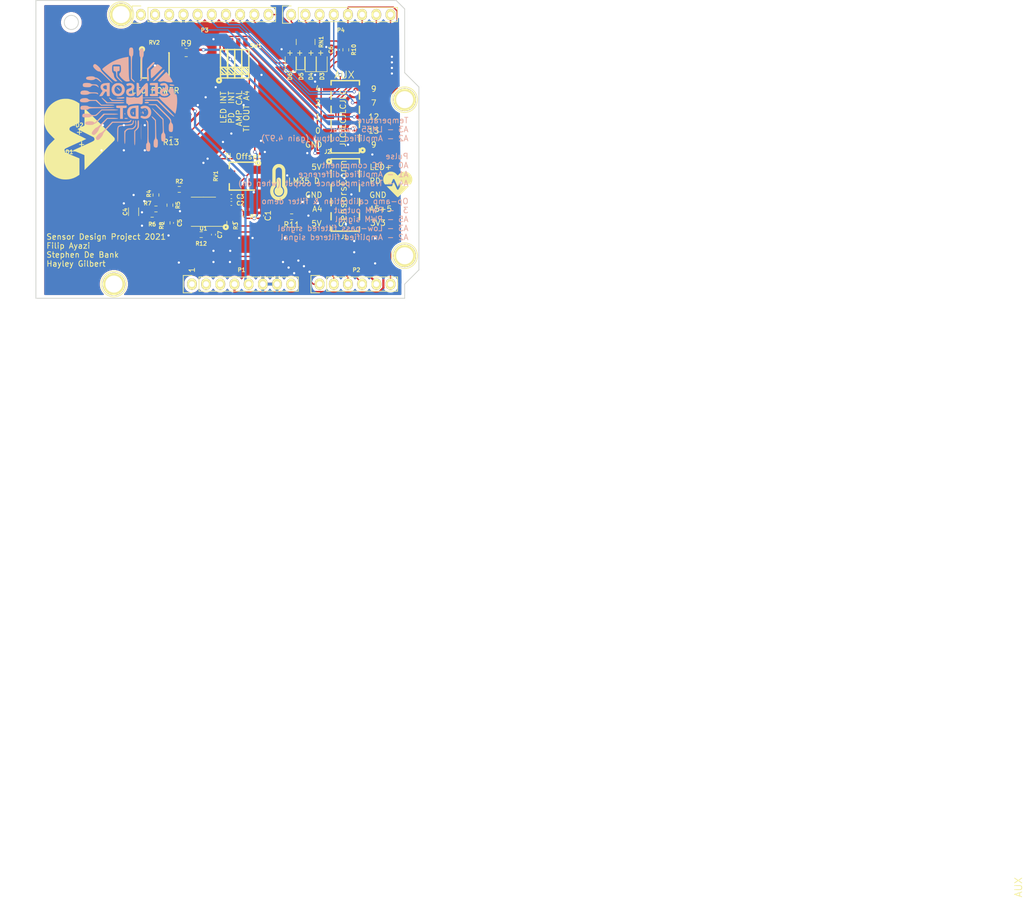
<source format=kicad_pcb>
(kicad_pcb (version 20171130) (host pcbnew 5.1.5+dfsg1-2build2)
  (title_block (date "lun. 30 mars 2015"))
  (layers (0 F.Cu signal) (31 B.Cu signal) (34 B.Paste user) (35 F.Paste user) (36 B.SilkS user) (37 F.SilkS user) (38 B.Mask user) (39 F.Mask user) (44 Edge.Cuts user))
  (net 0 "")
  (net 1 /IOREF)
  (net 2 /Reset)
  (net 3 +5V)
  (net 4 GND)
  (net 5 /Vin)
  (net 6 /AREF)
  (net 7 "/9(**)")
  (net 8 /4)
  (net 9 /2)
  (net 10 "/1(Tx)")
  (net 11 "/0(Rx)")
  (net 12 "Net-(P5-Pad1)")
  (net 13 "Net-(P6-Pad1)")
  (net 14 "Net-(P7-Pad1)")
  (net 15 "Net-(P8-Pad1)")
  (net 16 "/13(SCK)")
  (net 17 "/10(**/SS)")
  (net 18 "Net-(P1-Pad1)")
  (net 19 +3V3)
  (net 20 "/12(MISO)")
  (net 21 "/11(**/MOSI)")
  (net 22 LM35_DATA)
  (net 23 PHOTODIODE_SIGNAL)
  (net 24 PHOTODIODE_DC)
  (net 25 "Net-(C5-Pad2)")
  (net 26 PHOTODIODE_AMPLIFIED)
  (net 27 PWM_FILTERED)
  (net 28 PULSE_INTERNAL_SIGNAL)
  (net 29 LM35_AMPLIFIED)
  (net 30 "Net-(R1-Pad1)")
  (net 31 "Net-(R5-Pad2)")
  (net 32 "Net-(RV1-Pad2)")
  (net 33 "Net-(U1-Pad7)")
  (net 34 "Net-(U1-Pad6)")
  (net 35 "Net-(U1-Pad5)")
  (net 36 "Net-(P3-Pad1)")
  (net 37 "Net-(P3-Pad2)")
  (net 38 PULSE_INTERNAL_LED_POWER)
  (net 39 "Net-(D3-Pad2)")
  (net 40 "Net-(D4-Pad2)")
  (net 41 "Net-(D5-Pad2)")
  (net 42 "Net-(D6-Pad2)")
  (net 43 LED_POWER)
  (net 44 A5)
  (net 45 LED4)
  (net 46 LED3)
  (net 47 LED2)
  (net 48 LED1)
  (net 49 "Net-(R9-Pad1)")
  (net 50 "Net-(RV2-Pad1)")
  (net 51 "Net-(C5-Pad1)")
  (net 52 A4)
  (net 53 "Net-(D2-Pad2)")
  (net 54 LM35_DATA_FILTERED)
  (net 55 TI_OUTPUT)
  (module logo:heart (layer F.Cu) (at 118.798 97.865 90)
    (fp_text reference G*** hide)
    (fp_text value LOGO hide)
  )
  (module "" (layer F.Cu) (at 168.098 133.865)
    (fp_text reference "" (at 118.798 97.865) (layer F.SilkS) (effects (font (size 1.27 1.27))))
    (fp_text value "" (at 118.798 97.865) (layer F.SilkS) (effects (font (size 1.27 1.27))))
    (fp_text user AUX (at 118.848 97.965 90) (layer F.SilkS) (effects (font (size 1.27 1.27))))
  )
  (module logo:heart_small (layer F.Cu) (at 175.798 105.965)
    (fp_text reference G*** hide)
    (fp_text value LOGO hide)
  )
  (module logo:thermometer_logo (layer F.Cu) (at 154.498 105.565)
    (fp_text reference G*** hide)
    (fp_text value LOGO hide)
  )
  (module logo:sensor_cdt_logo (layer B.Cu) (at 127.598 90.765 180)
    (fp_text reference G*** hide)
    (fp_text value LOGO hide)
  )
  (module Resistor_SMD:R_0805_2012Metric (layer F.Cu) (at 135.198 96.765 180)
    (fp_text reference R13 (at 0 -1.65) (layer F.SilkS))
    (fp_text value 47)
    (pad 2 smd roundrect (at 0.9125 0 180) (size 1.025 1.4) (layers F.Cu F.Paste F.Mask) (roundrect_rratio 0.243902) (net 53 "Net-(D2-Pad2)"))
    (pad 1 smd roundrect (at -0.9125 0 180) (size 1.025 1.4) (layers F.Cu F.Paste F.Mask) (roundrect_rratio 0.243902) (net 38 PULSE_INTERNAL_LED_POWER))
  )
  (module Resistor_SMD:R_0805_2012Metric (layer F.Cu) (at 137.9105 82.365)
    (fp_text reference R9 (at 0 -1.65) (layer F.SilkS))
    (fp_text value 47)
    (pad 2 smd roundrect (at 0.9125 0) (size 1.025 1.4) (layers F.Cu F.Paste F.Mask) (roundrect_rratio 0.243902) (net 43 LED_POWER))
    (pad 1 smd roundrect (at -0.9125 0) (size 1.025 1.4) (layers F.Cu F.Paste F.Mask) (roundrect_rratio 0.243902) (net 49 "Net-(R9-Pad1)"))
  )
  (module lcscimport:CONN-SMD_C843271 (layer F.Cu) (at 166.398 107.865 270)
    (fp_text reference J1 (at 7.5 0.15) (layer F.SilkS) (effects (font (size 0.7 0.7))))
    (fp_text value SensorsConn (at -0.25 0.4 90) (layer F.SilkS) (effects (font (size 1.27 1.27))))
    (pad 1 smd rect (at -5.08 3 270) (size 0.8 2) (layers F.Cu F.Paste F.Mask) (net 3 +5V))
    (pad 2 smd rect (at -5.08 -3 270) (size 0.8 2) (layers F.Cu F.Paste F.Mask) (net 43 LED_POWER))
    (pad 3 smd rect (at -2.54 3 270) (size 0.8 2) (layers F.Cu F.Paste F.Mask) (net 22 LM35_DATA))
    (pad 4 smd rect (at -2.54 -3 270) (size 0.8 2) (layers F.Cu F.Paste F.Mask) (net 23 PHOTODIODE_SIGNAL))
    (pad 5 smd rect (at 0 3 270) (size 0.8 2) (layers F.Cu F.Paste F.Mask) (net 4 GND))
    (pad 6 smd rect (at 0 -3 270) (size 0.8 2) (layers F.Cu F.Paste F.Mask) (net 4 GND))
    (pad 7 smd rect (at 2.54 3 270) (size 0.8 2) (layers F.Cu F.Paste F.Mask) (net 52 A4))
    (pad 8 smd rect (at 2.54 -3 270) (size 0.8 2) (layers F.Cu F.Paste F.Mask) (net 44 A5))
    (pad 9 smd rect (at 5.08 3 270) (size 0.8 2) (layers F.Cu F.Paste F.Mask) (net 3 +5V))
    (pad 10 smd rect (at 5.08 -3 270) (size 0.8 2) (layers F.Cu F.Paste F.Mask) (net 19 +3V3))
  )
  (module Resistor_SMD:R_0603_1608Metric (layer F.Cu) (at 140.598 114.965 180)
    (fp_text reference R12 (at 0 -1.6) (layer F.SilkS) (effects (font (size 0.7 0.7))))
    (fp_text value 1k)
    (pad 2 smd roundrect (at 0.825 0 180) (size 0.8 0.95) (layers F.Cu F.Paste F.Mask) (net 51 "Net-(C5-Pad1)"))
    (pad 1 smd roundrect (at -0.825 0 180) (size 0.8 0.95) (layers F.Cu F.Paste F.Mask) (net 26 PHOTODIODE_AMPLIFIED))
  )
  (module Resistor_SMD:R_0603_1608Metric (layer F.Cu) (at 156.798 111.765 180)
    (fp_text reference R11 (at 0 -1.43) (layer F.SilkS))
    (fp_text value 1k)
    (pad 2 smd roundrect (at 0.825 0 180) (size 0.8 0.95) (layers F.Cu F.Paste F.Mask) (net 54 LM35_DATA_FILTERED))
    (pad 1 smd roundrect (at -0.825 0 180) (size 0.8 0.95) (layers F.Cu F.Paste F.Mask) (net 22 LM35_DATA))
  )
  (module Capacitor_SMD:C_0402_1005Metric (layer F.Cu) (at 142.798 114.965 270)
    (fp_text reference C7 (at 0 -1.16 90) (layer F.SilkS) (effects (font (size 0.7 0.7))))
    (fp_text value 10uF)
    (pad 2 smd roundrect (at 0.48 0 270) (size 0.56 0.62) (layers F.Cu F.Paste F.Mask) (net 4 GND))
    (pad 1 smd roundrect (at -0.48 0 270) (size 0.56 0.62) (layers F.Cu F.Paste F.Mask) (net 26 PHOTODIODE_AMPLIFIED))
  )
  (module Capacitor_SMD:C_0402_1005Metric (layer F.Cu) (at 145.998 109.365)
    (fp_text reference C2 (at 1.6 0) (layer F.SilkS) (effects (font (size 0.7 0.7))))
    (fp_text value 10uF)
    (pad 1 smd roundrect (at -0.48 0) (size 0.56 0.62) (layers F.Cu F.Paste F.Mask) (net 3 +5V))
    (pad 2 smd roundrect (at 0.48 0) (size 0.56 0.62) (layers F.Cu F.Paste F.Mask) (net 4 GND))
  )
  (module Capacitor_SMD:C_0402_1005Metric (layer F.Cu) (at 151.398 111.565 270)
    (fp_text reference C1 (at 0 -1.16 90) (layer F.SilkS))
    (fp_text value 100nF)
    (pad 2 smd roundrect (at 0.48 0 270) (size 0.56 0.62) (layers F.Cu F.Paste F.Mask) (net 54 LM35_DATA_FILTERED))
    (pad 1 smd roundrect (at -0.48 0 270) (size 0.56 0.62) (layers F.Cu F.Paste F.Mask) (net 4 GND))
  )
  (module lcscimport:CONN-SMD_C843271 (layer F.Cu) (at 166.398 93.865 90)
    (fp_text reference J2 (at -6.25 -3.15 180) (layer F.SilkS) (effects (font (size 0.7 0.7))))
    (fp_text value AUX (at 7.5 -0.15 180) (layer F.SilkS) (effects (font (size 1.27 1.27))))
    (pad 1 smd rect (at -5.08 3 90) (size 0.8 2) (layers F.Cu F.Paste F.Mask) (net 7 "/9(**)"))
    (pad 2 smd rect (at -5.08 -3 90) (size 0.8 2) (layers F.Cu F.Paste F.Mask) (net 4 GND))
    (pad 3 smd rect (at -2.54 3 90) (size 0.8 2) (layers F.Cu F.Paste F.Mask) (net 16 "/13(SCK)"))
    (pad 4 smd rect (at -2.54 -3 90) (size 0.8 2) (layers F.Cu F.Paste F.Mask) (net 11 "/0(Rx)"))
    (pad 5 smd rect (at 0 3 90) (size 0.8 2) (layers F.Cu F.Paste F.Mask) (net 20 "/12(MISO)"))
    (pad 6 smd rect (at 0 -3 90) (size 0.8 2) (layers F.Cu F.Paste F.Mask) (net 10 "/1(Tx)"))
    (pad 7 smd rect (at 2.54 3 90) (size 0.8 2) (layers F.Cu F.Paste F.Mask) (net 21 "/11(**/MOSI)"))
    (pad 8 smd rect (at 2.54 -3 90) (size 0.8 2) (layers F.Cu F.Paste F.Mask) (net 9 /2))
    (pad 9 smd rect (at 5.08 3 90) (size 0.8 2) (layers F.Cu F.Paste F.Mask) (net 17 "/10(**/SS)"))
    (pad 10 smd rect (at 5.08 -3 90) (size 0.8 2) (layers F.Cu F.Paste F.Mask) (net 8 /4))
  )
  (module lcscimport:RES-ADJ-SMD_G43AT (layer F.Cu) (at 132.348 84.665 180)
    (fp_text reference RV2 (at 0.15 4.1) (layer F.SilkS) (effects (font (size 0.7 0.7))))
    (fp_text value 2k hide)
    (pad 2 smd rect (at 0 -2.3 180) (size 2 2.2) (layers F.Cu F.Paste F.Mask) (net 3 +5V))
    (pad 1 smd rect (at 1.15 2.3 180) (size 1.5 2.2) (layers F.Cu F.Paste F.Mask) (net 50 "Net-(RV2-Pad1)"))
    (pad 3 smd rect (at -1.15 2.3 180) (size 1.5 2.2) (layers F.Cu F.Paste F.Mask) (net 49 "Net-(R9-Pad1)"))
  )
  (module lcscimport:RES-ADJ-SMD_G43AT (layer F.Cu) (at 147.885 104.49 90)
    (fp_text reference RV1 (at 0 -4.67 90) (layer F.SilkS) (effects (font (size 0.7 0.7))))
    (fp_text value 2k hide)
    (pad 2 smd rect (at 0 -2.3 90) (size 2 2.2) (layers F.Cu F.Paste F.Mask) (net 32 "Net-(RV1-Pad2)"))
    (pad 1 smd rect (at 1.15 2.3 90) (size 1.5 2.2) (layers F.Cu F.Paste F.Mask) (net 3 +5V))
    (pad 3 smd rect (at -1.15 2.3 90) (size 1.5 2.2) (layers F.Cu F.Paste F.Mask) (net 4 GND))
  )
  (module Resistor_SMD:R_Array_Convex_4x0603 (layer F.Cu) (at 159.298 80.465 270)
    (fp_text reference RN1 (at 0 -2.8 90) (layer F.SilkS) (effects (font (size 0.7 0.7))))
    (fp_text value 10k)
    (pad 5 smd rect (at 0.9 1.2 270) (size 0.8 0.5) (layers F.Cu F.Paste F.Mask) (net 42 "Net-(D6-Pad2)"))
    (pad 6 smd rect (at 0.9 0.4 270) (size 0.8 0.4) (layers F.Cu F.Paste F.Mask) (net 41 "Net-(D5-Pad2)"))
    (pad 8 smd rect (at 0.9 -1.2 270) (size 0.8 0.5) (layers F.Cu F.Paste F.Mask) (net 39 "Net-(D3-Pad2)"))
    (pad 7 smd rect (at 0.9 -0.4 270) (size 0.8 0.4) (layers F.Cu F.Paste F.Mask) (net 40 "Net-(D4-Pad2)"))
    (pad 4 smd rect (at -0.9 1.2 270) (size 0.8 0.5) (layers F.Cu F.Paste F.Mask) (net 45 LED4))
    (pad 2 smd rect (at -0.9 -0.4 270) (size 0.8 0.4) (layers F.Cu F.Paste F.Mask) (net 47 LED2))
    (pad 3 smd rect (at -0.9 0.4 270) (size 0.8 0.4) (layers F.Cu F.Paste F.Mask) (net 46 LED3))
    (pad 1 smd rect (at -0.9 -1.2 270) (size 0.8 0.5) (layers F.Cu F.Paste F.Mask) (net 48 LED1))
  )
  (module LED_SMD:LED_0805_2012Metric (layer F.Cu) (at 156.598 84.1025 90)
    (fp_text reference D6 (at -2.5125 -0.1 90) (layer F.SilkS) (effects (font (size 0.7 0.7))))
    (fp_text value LED)
    (pad 2 smd roundrect (at 0.9375 0 90) (size 0.975 1.4) (layers F.Cu F.Paste F.Mask) (net 42 "Net-(D6-Pad2)"))
    (pad 1 smd roundrect (at -0.9375 0 90) (size 0.975 1.4) (layers F.Cu F.Paste F.Mask) (net 4 GND))
  )
  (module LED_SMD:LED_0603_1608Metric (layer F.Cu) (at 158.398 83.9525 90)
    (fp_text reference D5 (at -2.6625 0.1 90) (layer F.SilkS) (effects (font (size 0.7 0.7))))
    (fp_text value LED)
    (pad 2 smd roundrect (at 0.7875 0 90) (size 0.875 0.95) (layers F.Cu F.Paste F.Mask) (net 41 "Net-(D5-Pad2)"))
    (pad 1 smd roundrect (at -0.7875 0 90) (size 0.875 0.95) (layers F.Cu F.Paste F.Mask) (net 4 GND))
  )
  (module LED_SMD:LED_0805_2012Metric (layer F.Cu) (at 160.198 84.1025 90)
    (fp_text reference D4 (at -2.5125 0.05 90) (layer F.SilkS) (effects (font (size 0.7 0.7))))
    (fp_text value LED)
    (pad 2 smd roundrect (at 0.9375 0 90) (size 0.975 1.4) (layers F.Cu F.Paste F.Mask) (net 40 "Net-(D4-Pad2)"))
    (pad 1 smd roundrect (at -0.9375 0 90) (size 0.975 1.4) (layers F.Cu F.Paste F.Mask) (net 4 GND))
  )
  (module LED_SMD:LED_0805_2012Metric (layer F.Cu) (at 162.198 84.1025 90)
    (fp_text reference D3 (at -2.5125 0.05 90) (layer F.SilkS) (effects (font (size 0.7 0.7))))
    (fp_text value LED)
    (pad 2 smd roundrect (at 0.9375 0 90) (size 0.975 1.4) (layers F.Cu F.Paste F.Mask) (net 39 "Net-(D3-Pad2)"))
    (pad 1 smd roundrect (at -0.9375 0 90) (size 0.975 1.4) (layers F.Cu F.Paste F.Mask) (net 4 GND))
  )
  (module lcscimport:SW-SMD_8P-L6.7-W5.4-P1.27-LS8.4 (layer F.Cu) (at 146.598 84.365)
    (fp_text reference SW1 (at 3.8 -3.2) (layer F.SilkS) (effects (font (size 0.7 0.7))))
    (fp_text value SW-SMD_8P-L6.7-W5.4-P1.27-LS8.4 hide)
    (pad 6 smd rect (at 0.635 -3.81) (size 0.762 1.524) (layers F.Cu F.Paste F.Mask) (net 54 LM35_DATA_FILTERED))
    (pad 3 smd rect (at 0.635 3.81) (size 0.762 1.524) (layers F.Cu F.Paste F.Mask) (net 27 PWM_FILTERED))
    (pad 2 smd rect (at -0.635 3.81) (size 0.762 1.524) (layers F.Cu F.Paste F.Mask) (net 28 PULSE_INTERNAL_SIGNAL))
    (pad 7 smd rect (at -0.635 -3.81) (size 0.762 1.524) (layers F.Cu F.Paste F.Mask) (net 23 PHOTODIODE_SIGNAL))
    (pad 8 smd rect (at -1.905 -3.81) (size 0.762 1.524) (layers F.Cu F.Paste F.Mask) (net 43 LED_POWER))
    (pad 1 smd rect (at -1.905 3.81) (size 0.762 1.524) (layers F.Cu F.Paste F.Mask) (net 38 PULSE_INTERNAL_LED_POWER))
    (pad 4 smd rect (at 1.905 3.81) (size 0.762 1.524) (layers F.Cu F.Paste F.Mask) (net 55 TI_OUTPUT))
    (pad 5 smd rect (at 1.905 -3.81) (size 0.762 1.524) (layers F.Cu F.Paste F.Mask) (net 52 A4))
  )
  (module Package_SO:TSSOP-14_4.4x5mm_P0.65mm (layer F.Cu) (at 140.998 110.865 180)
    (fp_text reference U1 (at 0 -3) (layer F.SilkS) (effects (font (size 0.7 0.7))))
    (fp_text value MCP6004)
    (pad 14 smd roundrect (at 2.8625 -1.95 180) (size 1.475 0.4) (layers F.Cu F.Paste F.Mask) (net 51 "Net-(C5-Pad1)"))
    (pad 13 smd roundrect (at 2.8625 -1.3 180) (size 1.475 0.4) (layers F.Cu F.Paste F.Mask) (net 25 "Net-(C5-Pad2)"))
    (pad 12 smd roundrect (at 2.8625 -0.65 180) (size 1.475 0.4) (layers F.Cu F.Paste F.Mask) (net 31 "Net-(R5-Pad2)"))
    (pad 11 smd roundrect (at 2.8625 0 180) (size 1.475 0.4) (layers F.Cu F.Paste F.Mask) (net 4 GND))
    (pad 10 smd roundrect (at 2.8625 0.65 180) (size 1.475 0.4) (layers F.Cu F.Paste F.Mask) (net 32 "Net-(RV1-Pad2)"))
    (pad 9 smd roundrect (at 2.8625 1.3 180) (size 1.475 0.4) (layers F.Cu F.Paste F.Mask) (net 23 PHOTODIODE_SIGNAL))
    (pad 8 smd roundrect (at 2.8625 1.95 180) (size 1.475 0.4) (layers F.Cu F.Paste F.Mask) (net 55 TI_OUTPUT))
    (pad 7 smd roundrect (at -2.8625 1.95 180) (size 1.475 0.4) (layers F.Cu F.Paste F.Mask) (net 33 "Net-(U1-Pad7)"))
    (pad 6 smd roundrect (at -2.8625 1.3 180) (size 1.475 0.4) (layers F.Cu F.Paste F.Mask) (net 34 "Net-(U1-Pad6)"))
    (pad 5 smd roundrect (at -2.8625 0.65 180) (size 1.475 0.4) (layers F.Cu F.Paste F.Mask) (net 35 "Net-(U1-Pad5)"))
    (pad 4 smd roundrect (at -2.8625 0 180) (size 1.475 0.4) (layers F.Cu F.Paste F.Mask) (net 3 +5V))
    (pad 3 smd roundrect (at -2.8625 -0.65 180) (size 1.475 0.4) (layers F.Cu F.Paste F.Mask) (net 54 LM35_DATA_FILTERED))
    (pad 2 smd roundrect (at -2.8625 -1.3 180) (size 1.475 0.4) (layers F.Cu F.Paste F.Mask) (net 30 "Net-(R1-Pad1)"))
    (pad 1 smd roundrect (at -2.8625 -1.95 180) (size 1.475 0.4) (layers F.Cu F.Paste F.Mask) (net 29 LM35_AMPLIFIED))
  )
  (module Resistor_SMD:R_0603_1608Metric (layer F.Cu) (at 166.498 81.865 270)
    (fp_text reference R10 (at 0 -1.43 90) (layer F.SilkS) (effects (font (size 0.7 0.7))))
    (fp_text value 22k)
    (pad 2 smd roundrect (at 0.825 0 270) (size 0.8 0.95) (layers F.Cu F.Paste F.Mask) (net 27 PWM_FILTERED))
    (pad 1 smd roundrect (at -0.825 0 270) (size 0.8 0.95) (layers F.Cu F.Paste F.Mask) (net 44 A5))
  )
  (module Resistor_SMD:R_0603_1608Metric (layer F.Cu) (at 134.498 112.865 90)
    (fp_text reference R8 (at -0.5 -1 90) (layer F.SilkS) (effects (font (size 0.7 0.7))))
    (fp_text value 100k)
    (pad 2 smd roundrect (at 0.825 0 90) (size 0.8 0.95) (layers F.Cu F.Paste F.Mask) (net 25 "Net-(C5-Pad2)"))
    (pad 1 smd roundrect (at -0.825 0 90) (size 0.8 0.95) (layers F.Cu F.Paste F.Mask) (net 51 "Net-(C5-Pad1)"))
  )
  (module Resistor_SMD:R_0603_1608Metric (layer F.Cu) (at 132.498 110.365)
    (fp_text reference R7 (at -1.5 -1) (layer F.SilkS) (effects (font (size 0.7 0.7))))
    (fp_text value 100k)
    (pad 2 smd roundrect (at 0.825 0) (size 0.8 0.95) (layers F.Cu F.Paste F.Mask) (net 31 "Net-(R5-Pad2)"))
    (pad 1 smd roundrect (at -0.825 0) (size 0.8 0.95) (layers F.Cu F.Paste F.Mask) (net 4 GND))
  )
  (module Resistor_SMD:R_0603_1608Metric (layer F.Cu) (at 131.823 112.365 180)
    (fp_text reference R6 (at 0 -0.75) (layer F.SilkS) (effects (font (size 0.7 0.7))))
    (fp_text value 1k)
    (pad 2 smd roundrect (at 0.825 0 180) (size 0.8 0.95) (layers F.Cu F.Paste F.Mask) (net 24 PHOTODIODE_DC))
    (pad 1 smd roundrect (at -0.825 0 180) (size 0.8 0.95) (layers F.Cu F.Paste F.Mask) (net 25 "Net-(C5-Pad2)"))
  )
  (module Resistor_SMD:R_0603_1608Metric (layer F.Cu) (at 134.998 109.69 270)
    (fp_text reference R5 (at 0 -1.43 90) (layer F.SilkS) (effects (font (size 0.7 0.7))))
    (fp_text value 1k)
    (pad 2 smd roundrect (at 0.825 0 270) (size 0.8 0.95) (layers F.Cu F.Paste F.Mask) (net 31 "Net-(R5-Pad2)"))
    (pad 1 smd roundrect (at -0.825 0 270) (size 0.8 0.95) (layers F.Cu F.Paste F.Mask) (net 55 TI_OUTPUT))
  )
  (module Resistor_SMD:R_0603_1608Metric (layer F.Cu) (at 132.498 107.865 90)
    (fp_text reference R4 (at 0.25 -1.25 90) (layer F.SilkS) (effects (font (size 0.7 0.7))))
    (fp_text value 100k)
    (pad 2 smd roundrect (at 0.825 0 90) (size 0.8 0.95) (layers F.Cu F.Paste F.Mask) (net 55 TI_OUTPUT))
    (pad 1 smd roundrect (at -0.825 0 90) (size 0.8 0.95) (layers F.Cu F.Paste F.Mask) (net 24 PHOTODIODE_DC))
  )
  (module Resistor_SMD:R_0603_1608Metric (layer F.Cu) (at 145.723 112.79 90)
    (fp_text reference R3 (at -0.625 1.075 90) (layer F.SilkS) (effects (font (size 0.7 0.7))))
    (fp_text value 27k)
    (pad 2 smd roundrect (at 0.825 0 90) (size 0.8 0.95) (layers F.Cu F.Paste F.Mask) (net 30 "Net-(R1-Pad1)"))
    (pad 1 smd roundrect (at -0.825 0 90) (size 0.8 0.95) (layers F.Cu F.Paste F.Mask) (net 29 LM35_AMPLIFIED))
  )
  (module Resistor_SMD:R_0603_1608Metric (layer F.Cu) (at 136.673 106.865)
    (fp_text reference R2 (at 0 -1.43) (layer F.SilkS) (effects (font (size 0.7 0.7))))
    (fp_text value 1M)
    (pad 2 smd roundrect (at 0.825 0) (size 0.8 0.95) (layers F.Cu F.Paste F.Mask) (net 23 PHOTODIODE_SIGNAL))
    (pad 1 smd roundrect (at -0.825 0) (size 0.8 0.95) (layers F.Cu F.Paste F.Mask) (net 55 TI_OUTPUT))
  )
  (module Resistor_SMD:R_0603_1608Metric (layer F.Cu) (at 148.073 111.14)
    (fp_text reference R1 (at 1.925 0.625) (layer F.SilkS) (effects (font (size 0.7 0.7))))
    (fp_text value 6.8k)
    (pad 2 smd roundrect (at 0.825 0) (size 0.8 0.95) (layers F.Cu F.Paste F.Mask) (net 4 GND))
    (pad 1 smd roundrect (at -0.825 0) (size 0.8 0.95) (layers F.Cu F.Paste F.Mask) (net 30 "Net-(R1-Pad1)"))
  )
  (module LED_SMD:LED_0805_2012Metric (layer F.Cu) (at 117.0605 96.365)
    (fp_text reference D2 (at 1.7375 -1) (layer F.SilkS) (effects (font (size 0.7 0.7))))
    (fp_text value LED)
    (pad 2 smd roundrect (at 0.9375 0) (size 0.975 1.4) (layers F.Cu F.Paste F.Mask) (net 53 "Net-(D2-Pad2)"))
    (pad 1 smd roundrect (at -0.9375 0) (size 0.975 1.4) (layers F.Cu F.Paste F.Mask) (net 4 GND))
  )
  (module LED_SMD:LED_1206_3216Metric (layer F.Cu) (at 116.898 98.865 180)
    (fp_text reference D1 (at -0.1 -1.3) (layer F.SilkS) (effects (font (size 0.7 0.7))))
    (fp_text value D_Photo)
    (pad 2 smd roundrect (at 1.4 0 180) (size 1.25 1.75) (layers F.Cu F.Paste F.Mask) (roundrect_rratio 0.2) (net 4 GND))
    (pad 1 smd roundrect (at -1.4 0 180) (size 1.25 1.75) (layers F.Cu F.Paste F.Mask) (roundrect_rratio 0.2) (net 28 PULSE_INTERNAL_SIGNAL))
  )
  (module Capacitor_SMD:C_0402_1005Metric (layer F.Cu) (at 164.998 81.865 90)
    (fp_text reference C6 (at 0 -1.16 90) (layer F.SilkS) (effects (font (size 0.7 0.7))))
    (fp_text value 10uF)
    (pad 2 smd roundrect (at 0.48 0 90) (size 0.56 0.62) (layers F.Cu F.Paste F.Mask) (net 4 GND))
    (pad 1 smd roundrect (at -0.48 0 90) (size 0.56 0.62) (layers F.Cu F.Paste F.Mask) (net 27 PWM_FILTERED))
  )
  (module Capacitor_SMD:C_0402_1005Metric (layer F.Cu) (at 135.998 112.865 90)
    (fp_text reference C5 (at 0 0.75 90) (layer F.SilkS) (effects (font (size 0.7 0.7))))
    (fp_text value 100nF)
    (pad 2 smd roundrect (at 0.48 0 90) (size 0.56 0.62) (layers F.Cu F.Paste F.Mask) (net 25 "Net-(C5-Pad2)"))
    (pad 1 smd roundrect (at -0.48 0 90) (size 0.56 0.62) (layers F.Cu F.Paste F.Mask) (net 51 "Net-(C5-Pad1)"))
  )
  (module Capacitor_SMD:C_1206_3216Metric (layer F.Cu) (at 128.498 110.865 90)
    (fp_text reference C4 (at 0 -1.5 90) (layer F.SilkS) (effects (font (size 0.7 0.7))))
    (fp_text value 100uF)
    (pad 2 smd roundrect (at 1.475 0 90) (size 1.15 1.8) (layers F.Cu F.Paste F.Mask) (roundrect_rratio 0.217391) (net 4 GND))
    (pad 1 smd roundrect (at -1.475 0 90) (size 1.15 1.8) (layers F.Cu F.Paste F.Mask) (roundrect_rratio 0.217391) (net 24 PHOTODIODE_DC))
  )
  (module Capacitor_SMD:C_0402_1005Metric (layer F.Cu) (at 145.998 108.165)
    (fp_text reference C3 (at 1.6 0) (layer F.SilkS) (effects (font (size 0.7 0.7))))
    (fp_text value 100nF)
    (pad 2 smd roundrect (at 0.48 0) (size 0.56 0.62) (layers F.Cu F.Paste F.Mask) (net 4 GND))
    (pad 1 smd roundrect (at -0.48 0) (size 0.56 0.62) (layers F.Cu F.Paste F.Mask) (net 3 +5V))
  )
  (module Socket_Arduino_Uno:Socket_Strip_Arduino_1x08 (layer F.Cu) (at 138.938 123.825)
    (fp_text reference P1 (at 8.89 -2.54) (layer F.SilkS) (effects (font (size 0.7 0.7))))
    (fp_text value Power)
    (pad 1 thru_hole oval (at 0 0) (size 1.7272 2.032) (drill 1.016) (layers *.Cu *.Mask F.SilkS) (net 18 "Net-(P1-Pad1)"))
    (pad 2 thru_hole oval (at 2.54 0) (size 1.7272 2.032) (drill 1.016) (layers *.Cu *.Mask F.SilkS) (net 1 /IOREF))
    (pad 3 thru_hole oval (at 5.08 0) (size 1.7272 2.032) (drill 1.016) (layers *.Cu *.Mask F.SilkS) (net 2 /Reset))
    (pad 4 thru_hole oval (at 7.62 0) (size 1.7272 2.032) (drill 1.016) (layers *.Cu *.Mask F.SilkS) (net 19 +3V3))
    (pad 5 thru_hole oval (at 10.16 0) (size 1.7272 2.032) (drill 1.016) (layers *.Cu *.Mask F.SilkS) (net 3 +5V))
    (pad 6 thru_hole oval (at 12.7 0) (size 1.7272 2.032) (drill 1.016) (layers *.Cu *.Mask F.SilkS) (net 4 GND))
    (pad 7 thru_hole oval (at 15.24 0) (size 1.7272 2.032) (drill 1.016) (layers *.Cu *.Mask F.SilkS) (net 4 GND))
    (pad 8 thru_hole oval (at 17.78 0) (size 1.7272 2.032) (drill 1.016) (layers *.Cu *.Mask F.SilkS) (net 5 /Vin))
  )
  (module Socket_Arduino_Uno:Socket_Strip_Arduino_1x06 (layer F.Cu) (at 161.798 123.825)
    (fp_text reference P2 (at 6.604 -2.54) (layer F.SilkS) (effects (font (size 0.7 0.7))))
    (fp_text value Analog)
    (pad 1 thru_hole oval (at 0 0) (size 1.7272 2.032) (drill 1.016) (layers *.Cu *.Mask F.SilkS) (net 24 PHOTODIODE_DC))
    (pad 2 thru_hole oval (at 2.54 0) (size 1.7272 2.032) (drill 1.016) (layers *.Cu *.Mask F.SilkS) (net 26 PHOTODIODE_AMPLIFIED))
    (pad 3 thru_hole oval (at 5.08 0) (size 1.7272 2.032) (drill 1.016) (layers *.Cu *.Mask F.SilkS) (net 29 LM35_AMPLIFIED))
    (pad 4 thru_hole oval (at 7.62 0) (size 1.7272 2.032) (drill 1.016) (layers *.Cu *.Mask F.SilkS) (net 54 LM35_DATA_FILTERED))
    (pad 5 thru_hole oval (at 10.16 0) (size 1.7272 2.032) (drill 1.016) (layers *.Cu *.Mask F.SilkS) (net 52 A4))
    (pad 6 thru_hole oval (at 12.7 0) (size 1.7272 2.032) (drill 1.016) (layers *.Cu *.Mask F.SilkS) (net 44 A5))
  )
  (module Socket_Arduino_Uno:Socket_Strip_Arduino_1x10 (layer F.Cu) (at 129.794 75.565)
    (fp_text reference P3 (at 11.43 2.794) (layer F.SilkS) (effects (font (size 0.7 0.7))))
    (fp_text value Digital)
    (pad 1 thru_hole oval (at 0 0) (size 1.7272 2.032) (drill 1.016) (layers *.Cu *.Mask F.SilkS) (net 36 "Net-(P3-Pad1)"))
    (pad 2 thru_hole oval (at 2.54 0) (size 1.7272 2.032) (drill 1.016) (layers *.Cu *.Mask F.SilkS) (net 37 "Net-(P3-Pad2)"))
    (pad 3 thru_hole oval (at 5.08 0) (size 1.7272 2.032) (drill 1.016) (layers *.Cu *.Mask F.SilkS) (net 6 /AREF))
    (pad 4 thru_hole oval (at 7.62 0) (size 1.7272 2.032) (drill 1.016) (layers *.Cu *.Mask F.SilkS) (net 4 GND))
    (pad 5 thru_hole oval (at 10.16 0) (size 1.7272 2.032) (drill 1.016) (layers *.Cu *.Mask F.SilkS) (net 16 "/13(SCK)"))
    (pad 6 thru_hole oval (at 12.7 0) (size 1.7272 2.032) (drill 1.016) (layers *.Cu *.Mask F.SilkS) (net 20 "/12(MISO)"))
    (pad 7 thru_hole oval (at 15.24 0) (size 1.7272 2.032) (drill 1.016) (layers *.Cu *.Mask F.SilkS) (net 21 "/11(**/MOSI)"))
    (pad 8 thru_hole oval (at 17.78 0) (size 1.7272 2.032) (drill 1.016) (layers *.Cu *.Mask F.SilkS) (net 17 "/10(**/SS)"))
    (pad 9 thru_hole oval (at 20.32 0) (size 1.7272 2.032) (drill 1.016) (layers *.Cu *.Mask F.SilkS) (net 7 "/9(**)"))
    (pad 10 thru_hole oval (at 22.86 0) (size 1.7272 2.032) (drill 1.016) (layers *.Cu *.Mask F.SilkS) (net 45 LED4))
  )
  (module Socket_Arduino_Uno:Socket_Strip_Arduino_1x08 (layer F.Cu) (at 156.718 75.565)
    (fp_text reference P4 (at 8.89 2.794) (layer F.SilkS) (effects (font (size 0.7 0.7))))
    (fp_text value Digital)
    (pad 1 thru_hole oval (at 0 0) (size 1.7272 2.032) (drill 1.016) (layers *.Cu *.Mask F.SilkS) (net 46 LED3))
    (pad 2 thru_hole oval (at 2.54 0) (size 1.7272 2.032) (drill 1.016) (layers *.Cu *.Mask F.SilkS) (net 47 LED2))
    (pad 3 thru_hole oval (at 5.08 0) (size 1.7272 2.032) (drill 1.016) (layers *.Cu *.Mask F.SilkS) (net 48 LED1))
    (pad 4 thru_hole oval (at 7.62 0) (size 1.7272 2.032) (drill 1.016) (layers *.Cu *.Mask F.SilkS) (net 8 /4))
    (pad 5 thru_hole oval (at 10.16 0) (size 1.7272 2.032) (drill 1.016) (layers *.Cu *.Mask F.SilkS) (net 44 A5))
    (pad 6 thru_hole oval (at 12.7 0) (size 1.7272 2.032) (drill 1.016) (layers *.Cu *.Mask F.SilkS) (net 9 /2))
    (pad 7 thru_hole oval (at 15.24 0) (size 1.7272 2.032) (drill 1.016) (layers *.Cu *.Mask F.SilkS) (net 10 "/1(Tx)"))
    (pad 8 thru_hole oval (at 17.78 0) (size 1.7272 2.032) (drill 1.016) (layers *.Cu *.Mask F.SilkS) (net 11 "/0(Rx)"))
  )
  (module Socket_Arduino_Uno:Arduino_1pin (layer F.Cu) (at 124.968 123.825)
    (fp_text reference P5 hide)
    (fp_text value CONN_01X01 hide)
    (pad 1 thru_hole circle (at 0 0) (size 4.064 4.064) (drill 3.048) (layers *.Cu *.Mask F.SilkS) (net 12 "Net-(P5-Pad1)"))
  )
  (module Socket_Arduino_Uno:Arduino_1pin (layer F.Cu) (at 177.038 118.745)
    (fp_text reference P6 hide)
    (fp_text value CONN_01X01 hide)
    (pad 1 thru_hole circle (at 0 0) (size 4.064 4.064) (drill 3.048) (layers *.Cu *.Mask F.SilkS) (net 13 "Net-(P6-Pad1)"))
  )
  (module Socket_Arduino_Uno:Arduino_1pin (layer F.Cu) (at 126.238 75.565)
    (fp_text reference P7 hide)
    (fp_text value CONN_01X01 hide)
    (pad 1 thru_hole circle (at 0 0) (size 4.064 4.064) (drill 3.048) (layers *.Cu *.Mask F.SilkS) (net 14 "Net-(P7-Pad1)"))
  )
  (module Socket_Arduino_Uno:Arduino_1pin (layer F.Cu) (at 177.038 90.805)
    (fp_text reference P8 hide)
    (fp_text value CONN_01X01 hide)
    (pad 1 thru_hole circle (at 0 0) (size 4.064 4.064) (drill 3.048) (layers *.Cu *.Mask F.SilkS) (net 15 "Net-(P8-Pad1)"))
  )
  (gr_text "Temperature\nA3 - LM35 Output\nA2 - Amplified output (gain 4.97)\n\nPulse\nA0 - DC component\nA1 - Amplified difference\nA4 - Transimpedance output (when on)\n\nOp-amp calibration & filter demo\n3  - PWM output\nA5 - PWM signal\nA3 - Low-pass filtered signal\nA2 - Amplified filtered signal" (at 177.798 104.965) (layer B.SilkS) (effects (font (size 1 1)) (justify left mirror)))
  (gr_text "TI OUT A4" (at 148.698 92.865 90) (layer F.SilkS) (effects (font (size 1 1))))
  (gr_circle (center 143.798 87.365) (end 143.948 87.365) (layer F.SilkS) (width 0.4))
  (gr_circle (center 130.003 81.76) (end 130.153 81.76) (layer F.SilkS) (width 0.4))
  (gr_circle (center 150.803 102.16) (end 150.953 102.16) (layer F.SilkS) (width 0.4))
  (gr_text "TI Offset" (at 147.998 100.965) (layer F.SilkS) (effects (font (size 1 1))))
  (gr_text "LED POWER" (at 132.398 89.165) (layer F.SilkS) (effects (font (size 1 1))))
  (gr_text "Sensor Design Project 2021\nFilip Ayazi\nStephen De Bank\nHayley Gilbert" (at 112.798 117.765) (layer F.SilkS) (effects (font (size 1 1)) (justify left)))
  (gr_text "AMP CAL" (at 147.398 92.365 90) (layer F.SilkS) (effects (font (size 1 1))))
  (gr_text "PD  INT" (at 145.998 92.165 90) (layer F.SilkS) (effects (font (size 1 1))))
  (gr_text "LED INT" (at 144.573 92.165 90) (layer F.SilkS) (effects (font (size 1 1))))
  (gr_circle (center 169.498 99.865) (end 169.648 99.865) (layer F.SilkS) (width 0.4))
  (gr_circle (center 163.498 101.865) (end 163.648 101.865) (layer F.SilkS) (width 0.4))
  (gr_circle (center 144.998 113.615) (end 145.148 113.615) (layer F.SilkS) (width 0.4))
  (gr_text JLCJLCJLCJLC (at 165.998 94.115 90) (layer F.SilkS) (effects (font (size 1 1))))
  (gr_text + (at 119.198 98.765) (layer F.SilkS) (effects (font (size 1 1))))
  (gr_text + (at 118.798 96.565) (layer F.SilkS) (effects (font (size 1 1))))
  (gr_text + (at 161.998 82.365) (layer F.SilkS) (effects (font (size 1 1))))
  (gr_text + (at 160.248 82.365) (layer F.SilkS) (effects (font (size 1 1))))
  (gr_text + (at 158.248 82.365) (layer F.SilkS) (effects (font (size 1 1))))
  (gr_text + (at 156.498 82.365) (layer F.SilkS) (effects (font (size 1 1))))
  (gr_text GND (at 160.748 98.865) (layer F.SilkS) (effects (font (size 1 1))))
  (gr_text 0 (at 161.498 96.365) (layer F.SilkS) (effects (font (size 1 1))))
  (gr_text 1 (at 161.498 93.865) (layer F.SilkS) (effects (font (size 1 1))))
  (gr_text 2 (at 161.498 91.365) (layer F.SilkS) (effects (font (size 1 1))))
  (gr_text 4 (at 161.498 88.865) (layer F.SilkS) (effects (font (size 1 1))))
  (gr_text 9 (at 171.498 88.865) (layer F.SilkS) (effects (font (size 1 1))))
  (gr_text 7 (at 171.498 91.365) (layer F.SilkS) (effects (font (size 1 1))))
  (gr_text 12 (at 171.498 93.865) (layer F.SilkS) (effects (font (size 1 1))))
  (gr_text 13 (at 171.498 96.365) (layer F.SilkS) (effects (font (size 1 1))))
  (gr_text 9 (at 171.498 98.865) (layer F.SilkS) (effects (font (size 1 1))))
  (gr_text 3V3 (at 172.248 112.865) (layer F.SilkS) (effects (font (size 1 1))))
  (gr_text A5+5 (at 172.748 110.365) (layer F.SilkS) (effects (font (size 1 1))))
  (gr_text PD (at 171.748 105.365) (layer F.SilkS) (effects (font (size 1 1))))
  (gr_text LED+ (at 172.748 102.865) (layer F.SilkS) (effects (font (size 1 1))))
  (gr_text GND (at 172.248 107.865) (layer F.SilkS) (effects (font (size 1 1))))
  (gr_text A4 (at 161.398 110.365) (layer F.SilkS) (effects (font (size 1 1))))
  (gr_text GND (at 160.748 107.865) (layer F.SilkS) (effects (font (size 1 1))))
  (gr_text 5V (at 161.248 112.965) (layer F.SilkS) (effects (font (size 1 1))))
  (gr_text 5V (at 161.248 102.865) (layer F.SilkS) (effects (font (size 1 1))))
  (gr_text "LM35 D" (at 158.998 105.365) (layer F.SilkS) (effects (font (size 1 1))))
  (gr_text 1 (at 138.938 121.285 90) (layer F.SilkS) (effects (font (size 1 1))))
  (gr_circle (center 117.348 76.962) (end 118.618 76.962) (layer Edge.Cuts) (width 0.15))
  (gr_line (start 177.038 74.549) (end 175.514 73.025) (angle 90) (layer Edge.Cuts) (width 0.15))
  (gr_line (start 177.038 85.979) (end 177.038 74.549) (angle 90) (layer Edge.Cuts) (width 0.15))
  (gr_line (start 179.578 88.519) (end 177.038 85.979) (angle 90) (layer Edge.Cuts) (width 0.15))
  (gr_line (start 179.578 121.285) (end 179.578 88.519) (angle 90) (layer Edge.Cuts) (width 0.15))
  (gr_line (start 177.038 123.825) (end 179.578 121.285) (angle 90) (layer Edge.Cuts) (width 0.15))
  (gr_line (start 177.038 126.365) (end 177.038 123.825) (angle 90) (layer Edge.Cuts) (width 0.15))
  (gr_line (start 110.998 126.365) (end 177.038 126.365) (angle 90) (layer Edge.Cuts) (width 0.15))
  (gr_line (start 110.998 73.025) (end 110.998 126.365) (angle 90) (layer Edge.Cuts) (width 0.15))
  (gr_line (start 175.514 73.025) (end 110.998 73.025) (angle 90) (layer Edge.Cuts) (width 0.15))
  (segment (start 145.518 110.127522) (end 145.518 109.865) (width 0.25) (layer F.Cu) (net 3))
  (segment (start 144.780522 110.865) (end 145.518 110.127522) (width 0.25) (layer F.Cu) (net 3))
  (segment (start 143.8605 110.865) (end 144.780522 110.865) (width 0.25) (layer F.Cu) (net 3))
  (segment (start 150.185 103.34) (end 162.843 103.34) (width 0.25) (layer F.Cu) (net 3))
  (segment (start 145.518 109.555) (end 145.518 109.865) (width 0.25) (layer F.Cu) (net 3))
  (segment (start 145.518 107.657) (end 145.518 109.555) (width 0.25) (layer F.Cu) (net 3))
  (segment (start 149.835 103.34) (end 148.529 104.646) (width 0.25) (layer F.Cu) (net 3))
  (segment (start 150.185 103.34) (end 149.835 103.34) (width 0.25) (layer F.Cu) (net 3))
  (segment (start 134.498 87.865) (end 134.498 87.865) (width 0.4) (layer F.Cu) (net 3))
  (segment (start 148.529 104.646) (end 145.518 107.657) (width 0.25) (layer F.Cu) (net 3))
  (via (at 148.529 104.646) (size 0.6) (drill 0.4) (layers F.Cu B.Cu) (net 3))
  (segment (start 133.498 86.865) (end 132.348 86.965) (width 0.4) (layer F.Cu) (net 3))
  (segment (start 139.498 92.865) (end 139.498 92.865) (width 0.4) (layer F.Cu) (net 3))
  (segment (start 139.498 92.865) (end 133.498 86.865) (width 0.4) (layer F.Cu) (net 3))
  (via (at 139.498 92.865) (size 0.6) (drill 0.4) (layers F.Cu B.Cu) (net 3))
  (segment (start 139.498 95.615) (end 148.529 104.646) (width 0.4) (layer B.Cu) (net 3))
  (segment (start 139.498 92.865) (end 139.498 95.615) (width 0.4) (layer B.Cu) (net 3))
  (segment (start 148.529 123.256) (end 149.098 123.825) (width 0.4) (layer B.Cu) (net 3))
  (segment (start 148.529 104.646) (end 148.529 123.256) (width 0.4) (layer B.Cu) (net 3))
  (segment (start 163.998 112.945) (end 163.398 112.945) (width 0.4) (layer F.Cu) (net 3))
  (segment (start 164.798 112.145) (end 163.998 112.945) (width 0.4) (layer F.Cu) (net 3))
  (segment (start 164.798001 104.565001) (end 164.798 112.145) (width 0.4) (layer F.Cu) (net 3))
  (segment (start 163.398 103.165) (end 164.798001 104.565001) (width 0.4) (layer F.Cu) (net 3))
  (segment (start 163.398 102.785) (end 163.398 103.165) (width 0.4) (layer F.Cu) (net 3))
  (segment (start 162.843 103.34) (end 163.398 102.785) (width 0.25) (layer F.Cu) (net 3))
  (segment (start 116.123 98.24) (end 115.498 98.865) (width 0.25) (layer F.Cu) (net 4))
  (segment (start 116.123 96.365) (end 116.123 98.24) (width 0.25) (layer F.Cu) (net 4))
  (segment (start 138.248 110.865) (end 138.1355 110.865) (width 0.4) (layer F.Cu) (net 4))
  (segment (start 136.998 110.865) (end 136.748 110.865) (width 0.25) (layer F.Cu) (net 4))
  (segment (start 136.748 110.865) (end 136.498 110.615) (width 0.25) (layer F.Cu) (net 4))
  (segment (start 136.998 110.865) (end 138.1355 110.865) (width 0.25) (layer F.Cu) (net 4))
  (segment (start 136.498 110.615) (end 136.498 110.615) (width 0.25) (layer F.Cu) (net 4))
  (via (at 136.798 110.765) (size 0.6) (drill 0.4) (layers F.Cu B.Cu) (net 4))
  (via (at 149.998 107.365) (size 0.6) (drill 0.4) (layers F.Cu B.Cu) (net 4))
  (via (at 141.748 101.365) (size 0.6) (drill 0.4) (layers F.Cu B.Cu) (net 4))
  (via (at 140.998 102.115) (size 0.6) (drill 0.4) (layers F.Cu B.Cu) (net 4))
  (via (at 134.748 115.115) (size 0.6) (drill 0.4) (layers F.Cu B.Cu) (net 4))
  (via (at 128.498 107.865) (size 0.6) (drill 0.4) (layers F.Cu B.Cu) (net 4))
  (via (at 126.748 109.365) (size 0.6) (drill 0.4) (layers F.Cu B.Cu) (net 4))
  (via (at 159.998 121.615) (size 0.6) (drill 0.4) (layers F.Cu B.Cu) (net 4))
  (via (at 158.998 120.615) (size 0.6) (drill 0.4) (layers F.Cu B.Cu) (net 4))
  (via (at 157.998 119.615) (size 0.6) (drill 0.4) (layers F.Cu B.Cu) (net 4))
  (via (at 155.248 119.865) (size 0.6) (drill 0.4) (layers F.Cu B.Cu) (net 4))
  (via (at 156.248 120.865) (size 0.6) (drill 0.4) (layers F.Cu B.Cu) (net 4))
  (via (at 157.248 121.865) (size 0.6) (drill 0.4) (layers F.Cu B.Cu) (net 4))
  (via (at 142.798 117.865) (size 0.6) (drill 0.4) (layers F.Cu B.Cu) (net 4))
  (via (at 145.798 117.865) (size 0.6) (drill 0.4) (layers F.Cu B.Cu) (net 4))
  (via (at 142.798 119.865) (size 0.6) (drill 0.4) (layers F.Cu B.Cu) (net 4))
  (via (at 145.748 119.865) (size 0.6) (drill 0.4) (layers F.Cu B.Cu) (net 4))
  (via (at 159.748 108.115) (size 0.6) (drill 0.4) (layers F.Cu B.Cu) (net 4))
  (via (at 158.748 109.115) (size 0.6) (drill 0.4) (layers F.Cu B.Cu) (net 4))
  (via (at 161.498 109.365) (size 0.6) (drill 0.4) (layers F.Cu B.Cu) (net 4))
  (via (at 165.748 104.365) (size 0.6) (drill 0.4) (layers F.Cu B.Cu) (net 4))
  (via (at 166.248 104.865) (size 0.6) (drill 0.4) (layers F.Cu B.Cu) (net 4))
  (via (at 167.998 116.115) (size 0.6) (drill 0.4) (layers F.Cu B.Cu) (net 4))
  (via (at 167.998 118.115) (size 0.6) (drill 0.4) (layers F.Cu B.Cu) (net 4))
  (via (at 171.748 120.115) (size 0.6) (drill 0.4) (layers F.Cu B.Cu) (net 4))
  (via (at 171.748 115.615) (size 0.6) (drill 0.4) (layers F.Cu B.Cu) (net 4))
  (via (at 171.248 100.615) (size 0.6) (drill 0.4) (layers F.Cu B.Cu) (net 4))
  (via (at 174.748 83.115) (size 0.6) (drill 0.4) (layers F.Cu B.Cu) (net 4))
  (via (at 174.748 84.115) (size 0.6) (drill 0.4) (layers F.Cu B.Cu) (net 4))
  (via (at 174.748 85.115) (size 0.6) (drill 0.4) (layers F.Cu B.Cu) (net 4))
  (via (at 174.748 86.115) (size 0.6) (drill 0.4) (layers F.Cu B.Cu) (net 4))
  (via (at 144.498 98.365) (size 0.6) (drill 0.4) (layers F.Cu B.Cu) (net 4))
  (via (at 145.998 96.865) (size 0.6) (drill 0.4) (layers F.Cu B.Cu) (net 4))
  (via (at 148.198 91.765) (size 0.6) (drill 0.4) (layers F.Cu B.Cu) (net 4))
  (via (at 126.748 95.365) (size 0.6) (drill 0.4) (layers F.Cu B.Cu) (net 4))
  (via (at 126.748 99.865) (size 0.6) (drill 0.4) (layers F.Cu B.Cu) (net 4))
  (via (at 122.998 95.365) (size 0.6) (drill 0.4) (layers F.Cu B.Cu) (net 4))
  (via (at 122.748 99.865) (size 0.6) (drill 0.4) (layers F.Cu B.Cu) (net 4))
  (via (at 130.498 95.365) (size 0.6) (drill 0.4) (layers F.Cu B.Cu) (net 4))
  (via (at 130.498 99.865) (size 0.6) (drill 0.4) (layers F.Cu B.Cu) (net 4))
  (via (at 162.998 81.365) (size 0.6) (drill 0.4) (layers F.Cu B.Cu) (net 4))
  (via (at 159.598 100.365) (size 0.6) (drill 0.4) (layers F.Cu B.Cu) (net 4))
  (via (at 155.998 104.365) (size 0.6) (drill 0.4) (layers F.Cu B.Cu) (net 4))
  (via (at 129.998 113.365) (size 0.6) (drill 0.4) (layers F.Cu B.Cu) (net 4))
  (via (at 129.998 110.965) (size 0.6) (drill 0.4) (layers F.Cu B.Cu) (net 4))
  (via (at 130.398 108.965) (size 0.6) (drill 0.4) (layers F.Cu B.Cu) (net 4))
  (via (at 136.598 119.965) (size 0.6) (drill 0.4) (layers F.Cu B.Cu) (net 4))
  (via (at 160.998 86.365) (size 0.6) (drill 0.4) (layers F.Cu B.Cu) (net 4))
  (via (at 160.998 87.565) (size 0.6) (drill 0.4) (layers F.Cu B.Cu) (net 4))
  (via (at 155.598 115.565) (size 0.6) (drill 0.4) (layers F.Cu B.Cu) (net 4))
  (via (at 159.798 111.565) (size 0.6) (drill 0.4) (layers F.Cu B.Cu) (net 4))
  (via (at 149.798 115.565) (size 0.6) (drill 0.4) (layers F.Cu B.Cu) (net 4))
  (via (at 147.398 115.565) (size 0.6) (drill 0.4) (layers F.Cu B.Cu) (net 4))
  (via (at 143.198 88.565) (size 0.6) (drill 0.4) (layers F.Cu B.Cu) (net 4))
  (via (at 141.398 90.365) (size 0.6) (drill 0.4) (layers F.Cu B.Cu) (net 4))
  (via (at 139.998 91.765) (size 0.6) (drill 0.4) (layers F.Cu B.Cu) (net 4))
  (via (at 142.798 79.965) (size 0.6) (drill 0.4) (layers F.Cu B.Cu) (net 4))
  (via (at 154.998 81.765) (size 0.6) (drill 0.4) (layers F.Cu B.Cu) (net 4))
  (via (at 151.298 98.165) (size 0.6) (drill 0.4) (layers F.Cu B.Cu) (net 4))
  (via (at 151.998 100.165) (size 0.6) (drill 0.4) (layers F.Cu B.Cu) (net 4))
  (via (at 132.298 84.665) (size 0.6) (drill 0.4) (layers F.Cu B.Cu) (net 4))
  (via (at 151.398 86.365) (size 0.6) (drill 0.4) (layers F.Cu B.Cu) (net 4))
  (via (at 166.898 98.865) (size 0.6) (drill 0.4) (layers F.Cu B.Cu) (net 4))
  (via (at 166.498 113.065) (size 0.6) (drill 0.4) (layers F.Cu B.Cu) (net 4))
  (via (at 167.498 107.765) (size 0.6) (drill 0.4) (layers F.Cu B.Cu) (net 4))
  (segment (start 153.573001 80.290001) (end 150.114 76.831) (width 0.25) (layer F.Cu) (net 7))
  (segment (start 164.870627 80.290001) (end 153.573001 80.290001) (width 0.25) (layer F.Cu) (net 7))
  (segment (start 165.63301 81.052384) (end 164.870627 80.290001) (width 0.25) (layer F.Cu) (net 7))
  (segment (start 165.63301 81.717616) (end 165.63301 81.052384) (width 0.25) (layer F.Cu) (net 7))
  (segment (start 166.890478 81.865) (end 165.780394 81.865) (width 0.25) (layer F.Cu) (net 7))
  (segment (start 167.29801 82.272532) (end 166.890478 81.865) (width 0.25) (layer F.Cu) (net 7))
  (segment (start 166.411128 83.99435) (end 167.29801 83.107468) (width 0.25) (layer F.Cu) (net 7))
  (segment (start 164.748 83.99435) (end 166.411128 83.99435) (width 0.25) (layer F.Cu) (net 7))
  (segment (start 162.072999 86.669351) (end 164.748 83.99435) (width 0.25) (layer F.Cu) (net 7))
  (segment (start 162.072999 97.065001) (end 162.072999 86.669351) (width 0.25) (layer F.Cu) (net 7))
  (segment (start 162.137999 97.130001) (end 162.072999 97.065001) (width 0.25) (layer F.Cu) (net 7))
  (segment (start 165.780394 81.865) (end 165.63301 81.717616) (width 0.25) (layer F.Cu) (net 7))
  (segment (start 168.233001 97.130001) (end 162.137999 97.130001) (width 0.25) (layer F.Cu) (net 7))
  (segment (start 167.29801 83.107468) (end 167.29801 82.272532) (width 0.25) (layer F.Cu) (net 7))
  (segment (start 169.398 98.295) (end 168.233001 97.130001) (width 0.25) (layer F.Cu) (net 7))
  (segment (start 150.114 76.831) (end 150.114 75.565) (width 0.25) (layer F.Cu) (net 7))
  (segment (start 169.398 98.945) (end 169.398 98.295) (width 0.25) (layer F.Cu) (net 7))
  (segment (start 164.648 88.785) (end 163.398 88.785) (width 0.25) (layer F.Cu) (net 8))
  (segment (start 165.498 87.935) (end 164.648 88.785) (width 0.25) (layer F.Cu) (net 8))
  (segment (start 165.498 86.365) (end 165.498 86.365) (width 0.25) (layer F.Cu) (net 8))
  (segment (start 165.498 86.365) (end 165.498 87.935) (width 0.25) (layer F.Cu) (net 8))
  (via (at 165.498 86.365) (size 0.6) (drill 0.4) (layers F.Cu B.Cu) (net 8))
  (segment (start 164.338 85.205) (end 165.498 86.365) (width 0.25) (layer B.Cu) (net 8))
  (segment (start 164.338 75.565) (end 164.338 85.205) (width 0.25) (layer B.Cu) (net 8))
  (segment (start 169.418 76.831) (end 169.418 75.565) (width 0.25) (layer F.Cu) (net 9))
  (segment (start 169.418 84.655) (end 169.418 76.831) (width 0.25) (layer F.Cu) (net 9))
  (segment (start 163.398 90.675) (end 169.418 84.655) (width 0.25) (layer F.Cu) (net 9))
  (segment (start 163.398 91.325) (end 163.398 90.675) (width 0.25) (layer F.Cu) (net 9))
  (segment (start 164.648 93.865) (end 163.398 93.865) (width 0.25) (layer F.Cu) (net 10))
  (segment (start 164.723001 93.789999) (end 164.648 93.865) (width 0.25) (layer F.Cu) (net 10))
  (segment (start 164.723001 90.664999) (end 164.723001 93.789999) (width 0.25) (layer F.Cu) (net 10))
  (segment (start 171.958 83.43) (end 164.723001 90.664999) (width 0.25) (layer F.Cu) (net 10))
  (segment (start 171.958 75.565) (end 171.958 83.43) (width 0.25) (layer F.Cu) (net 10))
  (segment (start 164.648 96.405) (end 163.398 96.405) (width 0.25) (layer F.Cu) (net 11))
  (segment (start 165.173011 95.879989) (end 164.648 96.405) (width 0.25) (layer F.Cu) (net 11))
  (segment (start 165.173011 90.939989) (end 165.173011 95.879989) (width 0.25) (layer F.Cu) (net 11))
  (segment (start 174.498 81.615) (end 165.173011 90.939989) (width 0.25) (layer F.Cu) (net 11))
  (segment (start 174.498 75.565) (end 174.498 81.615) (width 0.25) (layer F.Cu) (net 11))
  (segment (start 168.148 96.405) (end 167.748 96.005) (width 0.25) (layer F.Cu) (net 16))
  (segment (start 168.148 96.405) (end 169.398 96.405) (width 0.25) (layer F.Cu) (net 16))
  (segment (start 167.748 96.005) (end 167.748 96.005) (width 0.25) (layer F.Cu) (net 16))
  (via (at 167.748 96.005) (size 0.6) (drill 0.4) (layers F.Cu B.Cu) (net 16))
  (segment (start 141.43801 78.31501) (end 139.954 76.831) (width 0.25) (layer B.Cu) (net 16))
  (segment (start 139.954 76.831) (end 139.954 75.565) (width 0.25) (layer B.Cu) (net 16))
  (segment (start 145.373012 78.31501) (end 141.43801 78.31501) (width 0.25) (layer B.Cu) (net 16))
  (segment (start 163.063002 96.005) (end 145.373012 78.31501) (width 0.25) (layer B.Cu) (net 16))
  (segment (start 167.748 96.005) (end 163.063002 96.005) (width 0.25) (layer B.Cu) (net 16))
  (segment (start 167.998 88.935) (end 167.998 89.365) (width 0.25) (layer F.Cu) (net 17))
  (segment (start 168.148 88.785) (end 169.398 88.785) (width 0.25) (layer F.Cu) (net 17))
  (segment (start 167.998 88.935) (end 168.148 88.785) (width 0.25) (layer F.Cu) (net 17))
  (segment (start 167.998 89.365) (end 167.998 89.365) (width 0.25) (layer F.Cu) (net 17))
  (via (at 167.998 89.365) (size 0.6) (drill 0.4) (layers F.Cu B.Cu) (net 17))
  (segment (start 147.574 76.831) (end 147.574 75.565) (width 0.25) (layer B.Cu) (net 17))
  (segment (start 160.108 89.365) (end 147.574 76.831) (width 0.25) (layer B.Cu) (net 17))
  (segment (start 167.998 89.365) (end 160.108 89.365) (width 0.25) (layer B.Cu) (net 17))
  (segment (start 146.558 125.241) (end 146.558 123.825) (width 0.4) (layer F.Cu) (net 19))
  (segment (start 146.55801 125.24101) (end 146.558 125.241) (width 0.4) (layer F.Cu) (net 19))
  (segment (start 172.481404 125.24101) (end 146.55801 125.24101) (width 0.4) (layer F.Cu) (net 19))
  (segment (start 173.22161 124.500804) (end 172.481404 125.24101) (width 0.4) (layer F.Cu) (net 19))
  (segment (start 173.22161 115.36861) (end 173.22161 124.500804) (width 0.4) (layer F.Cu) (net 19))
  (segment (start 170.798 112.945) (end 173.22161 115.36861) (width 0.4) (layer F.Cu) (net 19))
  (segment (start 169.398 112.945) (end 170.798 112.945) (width 0.4) (layer F.Cu) (net 19))
  (segment (start 167.998 93.865) (end 167.998 93.865) (width 0.25) (layer F.Cu) (net 20))
  (segment (start 167.998 93.865) (end 167.998 93.865) (width 0.25) (layer F.Cu) (net 20))
  (segment (start 167.998 93.865) (end 169.398 93.865) (width 0.25) (layer F.Cu) (net 20))
  (via (at 167.998 93.865) (size 0.6) (drill 0.4) (layers F.Cu B.Cu) (net 20))
  (segment (start 167.998 93.865) (end 163.33518 93.865) (width 0.25) (layer B.Cu) (net 20))
  (segment (start 163.33518 93.865) (end 147.33518 77.865) (width 0.25) (layer B.Cu) (net 20))
  (segment (start 142.494 76.831) (end 142.494 75.565) (width 0.25) (layer B.Cu) (net 20))
  (segment (start 143.528 77.865) (end 142.494 76.831) (width 0.25) (layer B.Cu) (net 20))
  (segment (start 147.33518 77.865) (end 143.528 77.865) (width 0.25) (layer B.Cu) (net 20))
  (segment (start 167.708 91.325) (end 167.708 91.325) (width 0.25) (layer F.Cu) (net 21))
  (segment (start 167.708 91.325) (end 169.398 91.325) (width 0.25) (layer F.Cu) (net 21))
  (via (at 167.708 91.325) (size 0.6) (drill 0.4) (layers F.Cu B.Cu) (net 21))
  (segment (start 166.622274 89.81501) (end 159.9216 89.81501) (width 0.25) (layer B.Cu) (net 21))
  (segment (start 167.708 90.900736) (end 166.622274 89.81501) (width 0.25) (layer B.Cu) (net 21))
  (segment (start 167.708 91.325) (end 167.708 90.900736) (width 0.25) (layer B.Cu) (net 21))
  (segment (start 159.9216 89.81501) (end 147.47159 77.365) (width 0.25) (layer B.Cu) (net 21))
  (segment (start 145.034 76.831) (end 145.034 75.565) (width 0.25) (layer B.Cu) (net 21))
  (segment (start 145.568 77.365) (end 145.034 76.831) (width 0.25) (layer B.Cu) (net 21))
  (segment (start 147.47159 77.365) (end 145.568 77.365) (width 0.25) (layer B.Cu) (net 21))
  (segment (start 163.398 105.975) (end 162.753 106.62) (width 0.25) (layer F.Cu) (net 22))
  (segment (start 163.398 105.325) (end 163.398 105.975) (width 0.25) (layer F.Cu) (net 22))
  (segment (start 157.623 111.75) (end 157.623 111.765) (width 0.25) (layer F.Cu) (net 22))
  (segment (start 162.753 106.62) (end 157.623 111.75) (width 0.25) (layer F.Cu) (net 22))
  (segment (start 139.19801 109.23999) (end 139.19801 108.16501) (width 0.25) (layer F.Cu) (net 23))
  (segment (start 138.873 109.565) (end 139.19801 109.23999) (width 0.25) (layer F.Cu) (net 23))
  (segment (start 139.19801 108.16501) (end 137.898 106.865) (width 0.25) (layer F.Cu) (net 23))
  (segment (start 138.1355 109.565) (end 138.873 109.565) (width 0.25) (layer F.Cu) (net 23))
  (segment (start 145.963 80.936) (end 145.963 80.555) (width 0.25) (layer F.Cu) (net 23))
  (segment (start 149.209001 84.182001) (end 145.963 80.936) (width 0.25) (layer F.Cu) (net 23))
  (segment (start 149.209001 95.553999) (end 149.209001 84.182001) (width 0.25) (layer F.Cu) (net 23))
  (segment (start 137.498 106.865) (end 137.898 106.865) (width 0.25) (layer F.Cu) (net 23))
  (segment (start 164.188 101.365) (end 143.498 101.365) (width 0.25) (layer F.Cu) (net 23))
  (segment (start 169.398 105.325) (end 168.148 105.325) (width 0.25) (layer F.Cu) (net 23))
  (segment (start 143.498 101.365) (end 149.209001 95.553999) (width 0.25) (layer F.Cu) (net 23))
  (segment (start 137.898 106.865) (end 143.498 101.365) (width 0.25) (layer F.Cu) (net 23))
  (segment (start 167.998 105.365) (end 164.188 101.365) (width 0.25) (layer F.Cu) (net 23))
  (segment (start 168.148 105.325) (end 167.998 105.365) (width 0.25) (layer F.Cu) (net 23))
  (segment (start 130.973 112.34) (end 130.998 112.365) (width 0.25) (layer F.Cu) (net 24))
  (segment (start 128.498 112.34) (end 130.973 112.34) (width 0.25) (layer F.Cu) (net 24))
  (segment (start 132.498 109.09) (end 132.498 108.69) (width 0.25) (layer F.Cu) (net 24))
  (segment (start 132.498 111.265) (end 132.498 109.09) (width 0.25) (layer F.Cu) (net 24))
  (segment (start 131.398 112.365) (end 132.498 111.265) (width 0.25) (layer F.Cu) (net 24))
  (segment (start 130.998 112.365) (end 131.398 112.365) (width 0.25) (layer F.Cu) (net 24))
  (segment (start 160.6844 123.825) (end 155.7244 118.865) (width 0.25) (layer F.Cu) (net 24))
  (segment (start 161.798 123.825) (end 160.6844 123.825) (width 0.25) (layer F.Cu) (net 24))
  (segment (start 130.998 112.84) (end 130.998 112.365) (width 0.25) (layer F.Cu) (net 24))
  (segment (start 137.023 118.865) (end 130.998 112.84) (width 0.25) (layer F.Cu) (net 24))
  (segment (start 155.7244 118.865) (end 137.023 118.865) (width 0.25) (layer F.Cu) (net 24))
  (segment (start 134.173 112.365) (end 134.498 112.04) (width 0.25) (layer F.Cu) (net 25))
  (segment (start 132.648 112.365) (end 134.173 112.365) (width 0.25) (layer F.Cu) (net 25))
  (segment (start 135.653 112.04) (end 135.998 112.385) (width 0.25) (layer F.Cu) (net 25))
  (segment (start 134.498 112.04) (end 135.653 112.04) (width 0.25) (layer F.Cu) (net 25))
  (segment (start 136.218 112.165) (end 138.1355 112.165) (width 0.25) (layer F.Cu) (net 25))
  (segment (start 135.998 112.385) (end 136.218 112.165) (width 0.25) (layer F.Cu) (net 25))
  (segment (start 164.338 122.559) (end 164.338 123.825) (width 0.25) (layer F.Cu) (net 26))
  (segment (start 156.264 114.485) (end 164.338 122.559) (width 0.25) (layer F.Cu) (net 26))
  (segment (start 142.798 114.485) (end 156.264 114.485) (width 0.25) (layer F.Cu) (net 26))
  (segment (start 141.423 114.965) (end 141.903 114.485) (width 0.25) (layer F.Cu) (net 26))
  (segment (start 141.903 114.485) (end 142.798 114.485) (width 0.25) (layer F.Cu) (net 26))
  (segment (start 165.343 82.69) (end 164.998 82.345) (width 0.25) (layer F.Cu) (net 27))
  (segment (start 166.498 82.69) (end 165.343 82.69) (width 0.25) (layer F.Cu) (net 27))
  (segment (start 143.986999 84.547999) (end 147.233 87.794) (width 0.25) (layer F.Cu) (net 27))
  (segment (start 143.986999 79.532999) (end 143.986999 84.547999) (width 0.25) (layer F.Cu) (net 27))
  (segment (start 144.051999 79.467999) (end 143.986999 79.532999) (width 0.25) (layer F.Cu) (net 27))
  (segment (start 149.144001 79.467999) (end 144.051999 79.467999) (width 0.25) (layer F.Cu) (net 27))
  (segment (start 153.903492 84.22749) (end 149.144001 79.467999) (width 0.25) (layer F.Cu) (net 27))
  (segment (start 157.03986 84.22749) (end 153.903492 84.22749) (width 0.25) (layer F.Cu) (net 27))
  (segment (start 157.30235 83.965) (end 157.03986 84.22749) (width 0.25) (layer F.Cu) (net 27))
  (segment (start 147.233 87.794) (end 147.233 88.175) (width 0.25) (layer F.Cu) (net 27))
  (segment (start 158.866994 83.965) (end 157.30235 83.965) (width 0.25) (layer F.Cu) (net 27))
  (segment (start 159.066994 84.165) (end 158.866994 83.965) (width 0.25) (layer F.Cu) (net 27))
  (segment (start 163.458 84.165) (end 159.066994 84.165) (width 0.25) (layer F.Cu) (net 27))
  (segment (start 164.998 82.625) (end 163.458 84.165) (width 0.25) (layer F.Cu) (net 27))
  (segment (start 164.998 82.345) (end 164.998 82.625) (width 0.25) (layer F.Cu) (net 27))
  (segment (start 145.963 89.187) (end 145.963 88.175) (width 0.25) (layer F.Cu) (net 28))
  (segment (start 136.285 98.865) (end 145.963 89.187) (width 0.25) (layer F.Cu) (net 28))
  (segment (start 118.298 98.865) (end 136.285 98.865) (width 0.25) (layer F.Cu) (net 28))
  (segment (start 166.878 123.6726) (end 166.878 123.825) (width 0.25) (layer F.Cu) (net 29))
  (segment (start 166.878 122.559) (end 166.878 123.825) (width 0.25) (layer F.Cu) (net 29))
  (segment (start 157.734 113.415) (end 166.878 122.559) (width 0.25) (layer F.Cu) (net 29))
  (segment (start 145.723 113.415) (end 157.734 113.415) (width 0.25) (layer F.Cu) (net 29))
  (segment (start 144.6605 113.615) (end 143.8605 112.815) (width 0.25) (layer F.Cu) (net 29))
  (segment (start 145.723 113.615) (end 144.6605 113.615) (width 0.25) (layer F.Cu) (net 29))
  (segment (start 145.523 112.165) (end 145.723 111.965) (width 0.25) (layer F.Cu) (net 30))
  (segment (start 143.8605 112.165) (end 145.523 112.165) (width 0.25) (layer F.Cu) (net 30))
  (segment (start 146.423 111.965) (end 147.248 111.14) (width 0.25) (layer F.Cu) (net 30))
  (segment (start 145.723 111.965) (end 146.423 111.965) (width 0.25) (layer F.Cu) (net 30))
  (segment (start 134.848 110.365) (end 134.998 110.515) (width 0.25) (layer F.Cu) (net 31))
  (segment (start 133.323 110.365) (end 134.848 110.365) (width 0.25) (layer F.Cu) (net 31))
  (segment (start 137.398 111.515) (end 138.1355 111.515) (width 0.25) (layer F.Cu) (net 31))
  (segment (start 136.473 111.515) (end 137.398 111.515) (width 0.25) (layer F.Cu) (net 31))
  (segment (start 135.473 110.515) (end 136.473 111.515) (width 0.25) (layer F.Cu) (net 31))
  (segment (start 134.998 110.515) (end 135.473 110.515) (width 0.25) (layer F.Cu) (net 31))
  (segment (start 145.585 105.74) (end 145.585 104.49) (width 0.25) (layer F.Cu) (net 32))
  (segment (start 141.11 110.215) (end 145.585 105.74) (width 0.25) (layer F.Cu) (net 32))
  (segment (start 138.1355 110.215) (end 141.11 110.215) (width 0.25) (layer F.Cu) (net 32))
  (segment (start 136.623 96.765) (end 136.1105 96.765) (width 0.4) (layer F.Cu) (net 38))
  (segment (start 136.634002 96.765) (end 136.623 96.765) (width 0.4) (layer F.Cu) (net 38))
  (segment (start 144.693 88.706002) (end 136.634002 96.765) (width 0.4) (layer F.Cu) (net 38))
  (segment (start 144.693 88.175) (end 144.693 88.706002) (width 0.4) (layer F.Cu) (net 38))
  (segment (start 162.198 82.6775) (end 162.198 83.165) (width 0.25) (layer F.Cu) (net 39))
  (segment (start 162.198 82.565) (end 162.198 82.6775) (width 0.25) (layer F.Cu) (net 39))
  (segment (start 160.998 81.365) (end 162.198 82.565) (width 0.25) (layer F.Cu) (net 39))
  (segment (start 160.498 81.365) (end 160.998 81.365) (width 0.25) (layer F.Cu) (net 39))
  (segment (start 159.698 82.665) (end 160.198 83.165) (width 0.25) (layer F.Cu) (net 40))
  (segment (start 159.698 81.365) (end 159.698 82.665) (width 0.25) (layer F.Cu) (net 40))
  (segment (start 158.898 82.665) (end 158.398 83.165) (width 0.25) (layer F.Cu) (net 41))
  (segment (start 158.898 81.365) (end 158.898 82.665) (width 0.25) (layer F.Cu) (net 41))
  (segment (start 156.598 82.6775) (end 156.598 83.165) (width 0.25) (layer F.Cu) (net 42))
  (segment (start 156.598 82.365) (end 156.598 82.6775) (width 0.25) (layer F.Cu) (net 42))
  (segment (start 157.598 81.365) (end 156.598 82.365) (width 0.25) (layer F.Cu) (net 42))
  (segment (start 158.098 81.365) (end 157.598 81.365) (width 0.25) (layer F.Cu) (net 42))
  (segment (start 145.798 83.565) (end 145.798 83.565) (width 0.25) (layer F.Cu) (net 43))
  (via (at 145.798 83.565) (size 0.6) (drill 0.4) (layers F.Cu B.Cu) (net 43))
  (segment (start 160.998 100.365) (end 160.998 100.365) (width 0.25) (layer F.Cu) (net 43))
  (via (at 160.998 100.365) (size 0.6) (drill 0.4) (layers F.Cu B.Cu) (net 43))
  (segment (start 140.998 81.865) (end 140.998 81.865) (width 0.25) (layer F.Cu) (net 43))
  (via (at 140.998 81.865) (size 0.6) (drill 0.4) (layers F.Cu B.Cu) (net 43))
  (segment (start 144.693 82.46) (end 145.798 83.565) (width 0.4) (layer F.Cu) (net 43))
  (segment (start 144.693 80.555) (end 144.693 82.46) (width 0.4) (layer F.Cu) (net 43))
  (segment (start 161.422264 100.365) (end 160.998 100.365) (width 0.4) (layer F.Cu) (net 43))
  (segment (start 167.778 100.365) (end 161.422264 100.365) (width 0.4) (layer F.Cu) (net 43))
  (segment (start 169.398 101.985) (end 167.778 100.365) (width 0.4) (layer F.Cu) (net 43))
  (segment (start 169.398 102.785) (end 169.398 101.985) (width 0.4) (layer F.Cu) (net 43))
  (segment (start 160.998 98.765) (end 145.798 83.565) (width 0.4) (layer B.Cu) (net 43))
  (segment (start 160.998 100.365) (end 160.998 98.765) (width 0.4) (layer B.Cu) (net 43))
  (segment (start 144.098 81.865) (end 145.798 83.565) (width 0.4) (layer B.Cu) (net 43))
  (segment (start 140.998 81.865) (end 144.098 81.865) (width 0.4) (layer B.Cu) (net 43))
  (segment (start 139.323 81.865) (end 138.823 82.365) (width 0.4) (layer F.Cu) (net 43))
  (segment (start 140.998 81.865) (end 139.323 81.865) (width 0.4) (layer F.Cu) (net 43))
  (segment (start 166.878 80.66) (end 166.498 81.04) (width 0.25) (layer F.Cu) (net 44))
  (segment (start 166.878 75.565) (end 166.878 80.66) (width 0.25) (layer F.Cu) (net 44))
  (segment (start 174.498 122.559) (end 174.498 123.825) (width 0.25) (layer F.Cu) (net 44))
  (segment (start 174.498 114.255) (end 174.498 122.559) (width 0.25) (layer F.Cu) (net 44))
  (segment (start 170.648 110.405) (end 174.498 114.255) (width 0.25) (layer F.Cu) (net 44))
  (segment (start 175.68661 74.920262) (end 175.68661 88.668028) (width 0.25) (layer F.Cu) (net 44))
  (segment (start 175.68661 88.668028) (end 172.498 91.856638) (width 0.25) (layer F.Cu) (net 44))
  (segment (start 174.990338 74.22399) (end 175.68661 74.920262) (width 0.25) (layer F.Cu) (net 44))
  (segment (start 166.95301 74.22399) (end 174.990338 74.22399) (width 0.25) (layer F.Cu) (net 44))
  (segment (start 166.878 74.299) (end 166.95301 74.22399) (width 0.25) (layer F.Cu) (net 44))
  (segment (start 166.878 75.565) (end 166.878 74.299) (width 0.25) (layer F.Cu) (net 44))
  (segment (start 170.648 110.405) (end 169.398 110.405) (width 0.25) (layer F.Cu) (net 44))
  (segment (start 172.498 108.555) (end 170.648 110.405) (width 0.25) (layer F.Cu) (net 44))
  (segment (start 172.498 91.856638) (end 172.498 108.555) (width 0.25) (layer F.Cu) (net 44))
  (segment (start 154.748 75.565) (end 158.098 78.915) (width 0.25) (layer F.Cu) (net 45))
  (segment (start 158.098 78.915) (end 158.098 79.565) (width 0.25) (layer F.Cu) (net 45))
  (segment (start 152.654 75.565) (end 154.748 75.565) (width 0.25) (layer F.Cu) (net 45))
  (segment (start 158.898 79.011) (end 158.898 79.565) (width 0.25) (layer F.Cu) (net 46))
  (segment (start 156.718 76.831) (end 158.898 79.011) (width 0.25) (layer F.Cu) (net 46))
  (segment (start 156.718 75.565) (end 156.718 76.831) (width 0.25) (layer F.Cu) (net 46))
  (segment (start 159.698 78.915) (end 159.698 79.565) (width 0.25) (layer F.Cu) (net 47))
  (segment (start 159.698 77.271) (end 159.698 78.915) (width 0.25) (layer F.Cu) (net 47))
  (segment (start 159.258 76.831) (end 159.698 77.271) (width 0.25) (layer F.Cu) (net 47))
  (segment (start 159.258 75.565) (end 159.258 76.831) (width 0.25) (layer F.Cu) (net 47))
  (segment (start 161.798 78.765) (end 160.998 79.565) (width 0.25) (layer F.Cu) (net 48))
  (segment (start 160.998 79.565) (end 160.498 79.565) (width 0.25) (layer F.Cu) (net 48))
  (segment (start 161.798 75.565) (end 161.798 78.765) (width 0.25) (layer F.Cu) (net 48))
  (segment (start 133.498 82.365) (end 136.5355 82.365) (width 0.4) (layer F.Cu) (net 49))
  (segment (start 133.498 82.365) (end 136.998 82.365) (width 0.4) (layer F.Cu) (net 49))
  (segment (start 137.6055 113.345) (end 135.998 113.345) (width 0.25) (layer F.Cu) (net 51))
  (segment (start 138.1355 112.815) (end 137.6055 113.345) (width 0.25) (layer F.Cu) (net 51))
  (segment (start 134.843 113.345) (end 134.498 113.69) (width 0.25) (layer F.Cu) (net 51))
  (segment (start 135.998 113.345) (end 134.843 113.345) (width 0.25) (layer F.Cu) (net 51))
  (segment (start 138.1355 112.815) (end 138.1355 113.3275) (width 0.25) (layer F.Cu) (net 51))
  (segment (start 138.1355 113.3275) (end 139.773 114.965) (width 0.25) (layer F.Cu) (net 51))
  (segment (start 165.622999 106.935001) (end 165.622999 117.337599) (width 0.25) (layer F.Cu) (net 52))
  (segment (start 166.507999 106.050001) (end 165.622999 106.935001) (width 0.25) (layer F.Cu) (net 52))
  (segment (start 165.622999 117.337599) (end 171.958 123.6726) (width 0.25) (layer F.Cu) (net 52))
  (segment (start 170.658001 106.050001) (end 166.507999 106.050001) (width 0.25) (layer F.Cu) (net 52))
  (segment (start 171.958 123.6726) (end 171.958 123.825) (width 0.25) (layer F.Cu) (net 52))
  (segment (start 170.723001 105.985001) (end 170.658001 106.050001) (width 0.25) (layer F.Cu) (net 52))
  (segment (start 170.723001 102.124999) (end 170.723001 105.985001) (width 0.25) (layer F.Cu) (net 52))
  (segment (start 168.437992 99.83999) (end 170.723001 102.124999) (width 0.25) (layer F.Cu) (net 52))
  (segment (start 161.397992 99.83999) (end 168.437992 99.83999) (width 0.25) (layer F.Cu) (net 52))
  (segment (start 161.397992 93.449992) (end 161.397992 99.83999) (width 0.25) (layer F.Cu) (net 52))
  (segment (start 148.503 80.555) (end 161.397992 93.449992) (width 0.25) (layer F.Cu) (net 52))
  (segment (start 162.148 110.405) (end 163.398 110.405) (width 0.25) (layer F.Cu) (net 52))
  (segment (start 161.998 110.555) (end 162.148 110.405) (width 0.25) (layer F.Cu) (net 52))
  (segment (start 161.998 113.530002) (end 161.998 110.555) (width 0.25) (layer F.Cu) (net 52))
  (segment (start 171.958 123.490002) (end 161.998 113.530002) (width 0.25) (layer F.Cu) (net 52))
  (segment (start 171.958 123.825) (end 171.958 123.490002) (width 0.25) (layer F.Cu) (net 52))
  (segment (start 118.398 96.765) (end 117.998 96.365) (width 0.25) (layer F.Cu) (net 53))
  (segment (start 133.8855 96.365) (end 134.2855 96.765) (width 0.4) (layer F.Cu) (net 53))
  (segment (start 117.998 96.365) (end 133.8855 96.365) (width 0.4) (layer F.Cu) (net 53))
  (via (at 150.098 112.065) (size 0.6) (drill 0.4) (layers F.Cu B.Cu) (net 54))
  (segment (start 151.088 112.045) (end 151.398 112.045) (width 0.25) (layer F.Cu) (net 54))
  (segment (start 148.585522 112.045) (end 151.088 112.045) (width 0.25) (layer F.Cu) (net 54))
  (segment (start 148.17299 111.632468) (end 148.585522 112.045) (width 0.25) (layer F.Cu) (net 54))
  (segment (start 148.17299 110.847512) (end 148.17299 111.632468) (width 0.25) (layer F.Cu) (net 54))
  (segment (start 147.665468 110.33999) (end 148.17299 110.847512) (width 0.25) (layer F.Cu) (net 54))
  (segment (start 146.130532 110.33999) (end 147.665468 110.33999) (width 0.25) (layer F.Cu) (net 54))
  (segment (start 144.955522 111.515) (end 146.130532 110.33999) (width 0.25) (layer F.Cu) (net 54))
  (segment (start 143.8605 111.515) (end 144.955522 111.515) (width 0.25) (layer F.Cu) (net 54))
  (segment (start 151.678 111.765) (end 151.398 112.045) (width 0.25) (layer F.Cu) (net 54))
  (segment (start 158.71039 112.96499) (end 169.418 123.6726) (width 0.25) (layer F.Cu) (net 54))
  (segment (start 157.57299 112.96499) (end 158.71039 112.96499) (width 0.25) (layer F.Cu) (net 54))
  (segment (start 169.418 123.6726) (end 169.418 123.825) (width 0.25) (layer F.Cu) (net 54))
  (segment (start 156.373 111.765) (end 157.57299 112.96499) (width 0.25) (layer F.Cu) (net 54))
  (segment (start 155.973 111.765) (end 156.373 111.765) (width 0.25) (layer F.Cu) (net 54))
  (segment (start 152.298 111.765) (end 151.678 111.765) (width 0.25) (layer F.Cu) (net 54))
  (segment (start 155.973 111.765) (end 152.298 111.765) (width 0.25) (layer F.Cu) (net 54))
  (segment (start 147.233 81.56959) (end 150.198 84.53459) (width 0.25) (layer F.Cu) (net 54))
  (segment (start 147.233 80.555) (end 147.233 81.56959) (width 0.25) (layer F.Cu) (net 54))
  (segment (start 150.198 84.53459) (end 150.198 100.165) (width 0.25) (layer F.Cu) (net 54))
  (segment (start 150.198 100.165) (end 150.198 100.165) (width 0.25) (layer F.Cu) (net 54))
  (segment (start 150.198 100.165) (end 150.098 100.265) (width 0.25) (layer F.Cu) (net 54))
  (via (at 150.198 100.165) (size 0.6) (drill 0.4) (layers F.Cu B.Cu) (net 54))
  (segment (start 150.397999 111.765001) (end 150.098 112.065) (width 0.25) (layer B.Cu) (net 54))
  (segment (start 150.623001 111.539999) (end 150.397999 111.765001) (width 0.25) (layer B.Cu) (net 54))
  (segment (start 150.623001 100.590001) (end 150.623001 111.539999) (width 0.25) (layer B.Cu) (net 54))
  (segment (start 150.198 100.165) (end 150.623001 100.590001) (width 0.25) (layer B.Cu) (net 54))
  (segment (start 134.998 108.465) (end 134.998 108.865) (width 0.25) (layer F.Cu) (net 55))
  (segment (start 133.573 107.04) (end 134.998 108.465) (width 0.25) (layer F.Cu) (net 55))
  (segment (start 132.498 107.04) (end 133.573 107.04) (width 0.25) (layer F.Cu) (net 55))
  (segment (start 135.473 108.865) (end 134.998 108.865) (width 0.25) (layer F.Cu) (net 55))
  (segment (start 135.848 108.49) (end 135.473 108.865) (width 0.25) (layer F.Cu) (net 55))
  (segment (start 135.848 106.865) (end 135.848 108.49) (width 0.25) (layer F.Cu) (net 55))
  (segment (start 138.0855 108.865) (end 138.1355 108.915) (width 0.25) (layer F.Cu) (net 55))
  (segment (start 134.998 108.865) (end 138.0855 108.865) (width 0.25) (layer F.Cu) (net 55))
  (segment (start 148.503 88.556) (end 148.503 88.175) (width 0.25) (layer F.Cu) (net 55))
  (segment (start 135.848 101.211) (end 148.503 88.556) (width 0.25) (layer F.Cu) (net 55))
  (segment (start 135.848 106.865) (end 135.848 101.211) (width 0.25) (layer F.Cu) (net 55))
  (zone (net 4) (net_name GND) (layer F.Cu) (connect_pads (clearance 0.508)) (min_thickness 0.254) (fill yes (arc_segments 32) (thermal_gap 0.508) (thermal_bridge_width 0.508))
    (polygon (pts (xy 176.498 125.865) (xy 112.498 125.865) (xy 112.498 73.865) (xy 175.998 73.865)))
  )
  (zone (net 4) (net_name GND) (layer B.Cu) (connect_pads (clearance 0.508)) (min_thickness 0.254) (fill yes (arc_segments 32) (thermal_gap 0.508) (thermal_bridge_width 0.508))
    (polygon (pts (xy 176.498 125.865) (xy 112.498 125.865) (xy 112.498 73.865) (xy 175.998 73.865)))
  )
)
</source>
